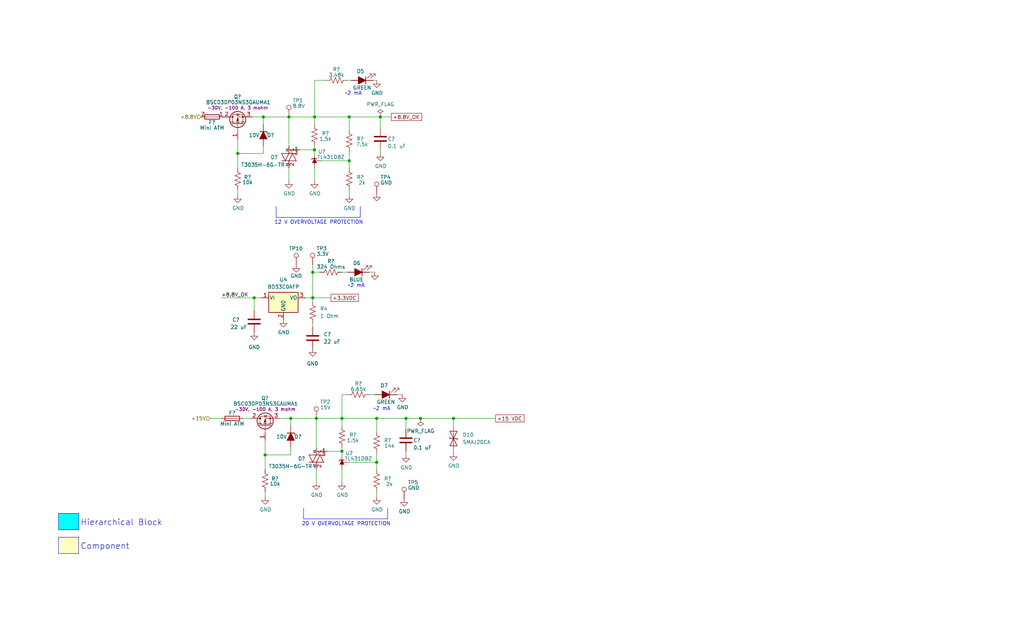
<source format=kicad_sch>
(kicad_sch (version 20231120) (generator "eeschema") (generator_version "8.0")
  (paper "USLegal")
  (title_block (title "LWA ARX  Rev I") (date "2024-11-15") (rev "2.0"))
  (lib_symbols
    (symbol "Connector:TestPoint" (pin_numbers hide) (pin_names (offset 0.762) hide)
      (property "Reference" "TP" (at 0 6.858 0))
      (property "Value" "TestPoint" (at 0 5.08 0))
      (symbol "TestPoint_0_1"
        (circle (center 0 3.302) (radius 0.762))
      )
      (symbol "TestPoint_1_1"
        (pin passive line (at 0 0 90) (length 2.54) (name "1") (number "1"))
      )
    )
    (symbol "Device:C" (pin_numbers hide) (pin_names (offset 0.254))
      (property "Reference" "C" (at 0.635 2.54 0))
      (property "Value" "C" (at 0.635 -2.54 0))
      (symbol "C_0_1"
        (polyline (pts (xy -2.032 -0.762) (xy 2.032 -0.762)) (stroke (width 0.508)))
        (polyline (pts (xy -2.032 0.762) (xy 2.032 0.762)) (stroke (width 0.508)))
      )
      (symbol "C_1_1"
        (pin passive line (at 0 3.81 270) (length 2.794) (name "~") (number "1"))
        (pin passive line (at 0 -3.81 90) (length 2.794) (name "~") (number "2"))
      )
    )
    (symbol "Device:Fuse" (pin_numbers hide) (pin_names (offset 0))
      (property "Reference" "F" (at 2.032 0 90))
      (property "Value" "Fuse" (at -1.905 0 90))
      (symbol "Fuse_0_1"
        (rectangle (start -0.762 -2.54) (end 0.762 2.54) (stroke (width 0.254)))
        (polyline (pts (xy 0 2.54) (xy 0 -2.54)))
      )
      (symbol "Fuse_1_1"
        (pin passive line (at 0 3.81 270) (length 1.27) (name "~") (number "1"))
        (pin passive line (at 0 -3.81 90) (length 1.27) (name "~") (number "2"))
      )
    )
    (symbol "Device:LED_Filled" (pin_numbers hide) (pin_names (offset 1.016) hide)
      (property "Reference" "D" (at 0 2.54 0))
      (property "Value" "LED_Filled" (at 0 -2.54 0))
      (symbol "LED_Filled_0_1"
        (polyline (pts (xy -1.27 -1.27) (xy -1.27 1.27)) (stroke (width 0.254)))
        (polyline (pts (xy -1.27 0) (xy 1.27 0)))
        (polyline (pts (xy 1.27 -1.27) (xy 1.27 1.27) (xy -1.27 0) (xy 1.27 -1.27)) (stroke (width 0.254)) (fill (type outline)))
        (polyline (pts (xy -3.048 -0.762) (xy -4.572 -2.286) (xy -3.81 -2.286) (xy -4.572 -2.286) (xy -4.572 -1.524)))
        (polyline (pts (xy -1.778 -0.762) (xy -3.302 -2.286) (xy -2.54 -2.286) (xy -3.302 -2.286) (xy -3.302 -1.524)))
      )
      (symbol "LED_Filled_1_1"
        (pin passive line (at -3.81 0 0) (length 2.54) (name "K") (number "1"))
        (pin passive line (at 3.81 0 180) (length 2.54) (name "A") (number "2"))
      )
    )
    (symbol "Device:Q_PMOS_GDS" (pin_names (offset 0) hide)
      (property "Reference" "Q" (at 5.08 1.27 0))
      (property "Value" "Q_PMOS_GDS" (at 5.08 -1.27 0))
      (symbol "Q_PMOS_GDS_0_1"
        (polyline (pts (xy 0.254 0) (xy -2.54 0)))
        (polyline (pts (xy 0.254 1.905) (xy 0.254 -1.905)) (stroke (width 0.254)))
        (polyline (pts (xy 0.762 -1.27) (xy 0.762 -2.286)) (stroke (width 0.254)))
        (polyline (pts (xy 0.762 0.508) (xy 0.762 -0.508)) (stroke (width 0.254)))
        (polyline (pts (xy 0.762 2.286) (xy 0.762 1.27)) (stroke (width 0.254)))
        (polyline (pts (xy 2.54 2.54) (xy 2.54 1.778)))
        (polyline (pts (xy 2.54 -2.54) (xy 2.54 0) (xy 0.762 0)))
        (polyline (pts (xy 0.762 1.778) (xy 3.302 1.778) (xy 3.302 -1.778) (xy 0.762 -1.778)))
        (polyline (pts (xy 2.286 0) (xy 1.27 0.381) (xy 1.27 -0.381) (xy 2.286 0)) (fill (type outline)))
        (polyline (pts (xy 2.794 -0.508) (xy 2.921 -0.381) (xy 3.683 -0.381) (xy 3.81 -0.254)))
        (polyline (pts (xy 3.302 -0.381) (xy 2.921 0.254) (xy 3.683 0.254) (xy 3.302 -0.381)))
        (circle (center 1.651 0) (radius 2.794) (stroke (width 0.254)))
        (circle (center 2.54 -1.778) (radius 0.254) (fill (type outline)))
        (circle (center 2.54 1.778) (radius 0.254) (fill (type outline)))
      )
      (symbol "Q_PMOS_GDS_1_1"
        (pin input line (at -5.08 0 0) (length 2.54) (name "G") (number "1"))
        (pin passive line (at 2.54 5.08 270) (length 2.54) (name "D") (number "2"))
        (pin passive line (at 2.54 -5.08 90) (length 2.54) (name "S") (number "3"))
      )
    )
    (symbol "Device:Q_TRIAC_A1A2G" (pin_names (offset 0))
      (property "Reference" "D" (at 3.175 0.635 0))
      (property "Value" "Q_TRIAC_A1A2G" (at 3.175 -1.27 0))
      (symbol "Q_TRIAC_A1A2G_0_1"
        (polyline (pts (xy -2.54 -1.27) (xy 2.54 -1.27)) (stroke (width 0.2032)))
        (polyline (pts (xy -2.54 1.27) (xy 2.54 1.27)) (stroke (width 0.2032)))
        (polyline (pts (xy -1.27 -2.54) (xy -0.635 -1.27)))
        (polyline (pts (xy -2.54 1.27) (xy -1.27 -1.27) (xy 0 1.27)) (stroke (width 0.2032)))
        (polyline (pts (xy 0 -1.27) (xy 1.27 1.27) (xy 2.54 -1.27)) (stroke (width 0.2032)))
      )
      (symbol "Q_TRIAC_A1A2G_1_1"
        (pin passive line (at 0 -3.81 90) (length 2.54) (name "A1") (number "1"))
        (pin passive line (at 0 3.81 270) (length 2.54) (name "A2") (number "2"))
        (pin input line (at -3.81 -2.54 0) (length 2.54) (name "G") (number "3"))
      )
    )
    (symbol "Device:R_US" (pin_numbers hide) (pin_names (offset 0))
      (property "Reference" "R" (at 2.54 0 90))
      (property "Value" "R_US" (at -2.54 0 90))
      (symbol "R_US_0_1"
        (polyline (pts (xy 0 -2.286) (xy 0 -2.54)))
        (polyline (pts (xy 0 2.286) (xy 0 2.54)))
        (polyline (pts (xy 0 -0.762) (xy 1.016 -1.143) (xy 0 -1.524) (xy -1.016 -1.905) (xy 0 -2.286)))
        (polyline (pts (xy 0 0.762) (xy 1.016 0.381) (xy 0 0) (xy -1.016 -0.381) (xy 0 -0.762)))
        (polyline (pts (xy 0 2.286) (xy 1.016 1.905) (xy 0 1.524) (xy -1.016 1.143) (xy 0 0.762)))
      )
      (symbol "R_US_1_1"
        (pin passive line (at 0 3.81 270) (length 1.27) (name "~") (number "1"))
        (pin passive line (at 0 -3.81 90) (length 1.27) (name "~") (number "2"))
      )
    )
    (symbol "Diode:SMAJ20CA" (pin_numbers hide) (pin_names (offset 1.016) hide)
      (property "Reference" "D" (at 0 2.54 0))
      (property "Value" "SMAJ20CA" (at 0 -2.54 0))
      (symbol "SMAJ20CA_0_1"
        (polyline (pts (xy 1.27 0) (xy -1.27 0)))
        (polyline (pts (xy -2.54 -1.27) (xy 0 0) (xy -2.54 1.27) (xy -2.54 -1.27)) (stroke (width 0.2032)))
        (polyline (pts (xy 0.508 1.27) (xy 0 1.27) (xy 0 -1.27) (xy -0.508 -1.27)) (stroke (width 0.2032)))
        (polyline (pts (xy 2.54 1.27) (xy 2.54 -1.27) (xy 0 0) (xy 2.54 1.27)) (stroke (width 0.2032)))
      )
      (symbol "SMAJ20CA_1_1"
        (pin passive line (at -3.81 0 0) (length 2.54) (name "A1") (number "1"))
        (pin passive line (at 3.81 0 180) (length 2.54) (name "A2") (number "2"))
      )
    )
    (symbol "Fuse_1" (pin_names (offset 0))
      (property "Reference" "F" (at 2.032 0 90))
      (property "Value" "Fuse" (at -1.905 0 90))
      (symbol "Fuse_1_0_1"
        (rectangle (start -0.762 -2.54) (end 0.762 2.54) (stroke (width 0.254)))
        (polyline (pts (xy 0 2.54) (xy 0 -2.54)))
      )
      (symbol "Fuse_1_1_1"
        (pin passive line (at 0 3.81 270) (length 1.27) (name "~") (number "1"))
        (pin passive line (at 0 -3.81 90) (length 1.27) (name "~") (number "2"))
      )
    )
    (symbol "LWA_RF:BD33C0AFP-CE2" (pin_names (offset 0.254))
      (property "Reference" "U" (at -3.81 3.175 0))
      (property "Value" "BD33C0AFP" (at 0 3.175 0))
      (symbol "BD33C0AFP-CE2_0_1"
        (rectangle (start -5.08 1.905) (end 5.08 -5.08) (stroke (width 0.254)) (fill (type background)))
      )
      (symbol "BD33C0AFP-CE2_1_1"
        (pin power_in line (at -7.62 0 0) (length 2.54) (name "VI") (number "1"))
        (pin power_in line (at 0 -7.62 90) (length 2.54) (name "GND") (number "2"))
        (pin power_out line (at 7.62 0 180) (length 2.54) (name "VO") (number "3"))
      )
    )
    (symbol "Reference_Voltage:TL431DBZ" (pin_numbers hide) (pin_names hide)
      (property "Reference" "U" (at -2.54 2.54 0))
      (property "Value" "TL431DBZ" (at 0 -2.54 0))
      (symbol "TL431DBZ_0_1"
        (polyline (pts (xy -1.27 0) (xy 0 0) (xy 1.27 0)))
        (polyline (pts (xy -0.762 0.762) (xy 0.762 0) (xy -0.762 -0.762)) (fill (type outline)))
        (polyline (pts (xy 0.508 -1.016) (xy 0.762 -0.762) (xy 0.762 0.762) (xy 0.762 0.762)) (stroke (width 0.254)))
      )
      (symbol "TL431DBZ_1_1"
        (pin passive line (at 2.54 0 180) (length 2.54) (name "K") (number "1"))
        (pin passive line (at 0 2.54 270) (length 2.54) (name "REF") (number "2"))
        (pin passive line (at -2.54 0 0) (length 2.54) (name "A") (number "3"))
      )
    )
    (symbol "Solenoid_Array_Mainboard-rescue:D_Zener_ALT-Device" (pin_numbers hide) (pin_names (offset 1.016) hide)
      (property "Reference" "D" (at 0 2.54 0))
      (property "Value" "Device_D_Zener_ALT" (at 0 -2.54 0))
      (symbol "D_Zener_ALT-Device_0_1"
        (polyline (pts (xy 1.27 0) (xy -1.27 0)))
        (polyline (pts (xy -1.27 -1.27) (xy -1.27 1.27) (xy -0.762 1.27)) (stroke (width 0.254)))
        (polyline (pts (xy 1.27 -1.27) (xy 1.27 1.27) (xy -1.27 0) (xy 1.27 -1.27)) (stroke (width 0.254)) (fill (type outline)))
      )
      (symbol "D_Zener_ALT-Device_1_1"
        (pin passive line (at -3.81 0 0) (length 2.54) (name "K") (number "1"))
        (pin passive line (at 3.81 0 180) (length 2.54) (name "A") (number "2"))
      )
    )
    (symbol "power:GND" (power) (pin_names (offset 0))
      (property "Value" "GND" (at 0 -3.81 0))
      (symbol "GND_0_1"
        (polyline (pts (xy 0 0) (xy 0 -1.27) (xy 1.27 -1.27) (xy 0 -2.54) (xy -1.27 -1.27) (xy 0 -1.27)))
      )
      (symbol "GND_1_1"
        (pin power_in line (at 0 0 270) (length 0) hide (name "GND") (number "1"))
      )
    )
    (symbol "power:PWR_FLAG" (power) (pin_numbers hide) (pin_names (offset 0) hide)
      (property "Value" "PWR_FLAG" (at 0 3.81 0))
      (symbol "PWR_FLAG_0_0"
        (pin power_out line (at 0 0 90) (length 0) (name "pwr") (number "1"))
      )
      (symbol "PWR_FLAG_0_1"
        (polyline (pts (xy 0 0) (xy 0 1.27) (xy -1.016 1.905) (xy 0 2.54) (xy 1.016 1.905) (xy 0 1.27)))
      )
    )
  )
  (junction (at 82.55 53.34))
  (junction (at 118.745 145.415))
  (junction (at 146.05 145.415))
  (junction (at 121.285 40.64))
  (junction (at 140.97 145.415))
  (junction (at 121.285 55.88))
  (junction (at 130.81 160.655))
  (junction (at 132.08 40.64))
  (junction (at 100.965 145.415))
  (junction (at 157.48 145.415))
  (junction (at 109.22 52.07))
  (junction (at 109.22 40.64))
  (junction (at 130.81 145.415))
  (junction (at 100.33 40.64))
  (junction (at 109.855 145.415))
  (junction (at 108.585 94.615))
  (junction (at 91.44 40.64))
  (junction (at 108.585 103.505))
  (junction (at 88.265 103.505))
  (junction (at 118.745 156.845))
  (junction (at 92.075 158.115))
  (wire (pts (xy 87.63 40.64) (xy 91.44 40.64)))
  (wire (pts (xy 109.855 145.415) (xy 118.745 145.415)))
  (wire (pts (xy 128.27 137.16) (xy 130.175 137.16)))
  (wire (pts (xy 118.745 137.16) (xy 120.65 137.16)))
  (wire (pts (xy 82.55 53.34) (xy 82.55 48.26)))
  (wire (pts (xy 88.265 103.505) (xy 88.265 107.95)))
  (wire (pts (xy 118.745 94.615) (xy 120.65 94.615)))
  (wire (pts (xy 109.22 40.64) (xy 121.285 40.64)))
  (wire (pts (xy 137.795 137.16) (xy 139.7 137.16)))
  (wire (pts (xy 88.265 103.505) (xy 90.805 103.505)))
  (wire (pts (xy 118.745 163.195) (xy 118.745 167.64)))
  (wire (pts (xy 92.075 172.72) (xy 92.075 170.815)))
  (wire (pts (xy 91.44 43.18) (xy 91.44 40.64)))
  (wire (pts (xy 109.855 155.575) (xy 109.855 145.415)))
  (wire (pts (xy 82.55 58.42) (xy 82.55 53.34)))
  (wire (pts (xy 157.48 145.415) (xy 172.085 145.415)))
  (wire (pts (xy 109.22 27.94) (xy 109.22 40.64)))
  (wire (pts (xy 111.125 94.615) (xy 108.585 94.615)))
  (wire (pts (xy 100.33 50.8) (xy 100.33 40.64)))
  (wire (pts (xy 108.585 92.075) (xy 108.585 94.615)))
  (polyline (pts (xy 134.62 180.34) (xy 134.62 176.53)) (stroke (width 0) (type solid)))
  (wire (pts (xy 121.285 40.64) (xy 121.285 45.085)))
  (wire (pts (xy 91.44 40.64) (xy 100.33 40.64)))
  (wire (pts (xy 121.285 40.64) (xy 132.08 40.64)))
  (wire (pts (xy 109.22 43.18) (xy 109.22 40.64)))
  (wire (pts (xy 146.05 145.415) (xy 157.48 145.415)))
  (wire (pts (xy 100.965 145.415) (xy 109.855 145.415)))
  (wire (pts (xy 132.08 52.07) (xy 132.08 53.34)))
  (wire (pts (xy 132.08 44.45) (xy 132.08 40.64)))
  (wire (pts (xy 76.835 103.505) (xy 88.265 103.505)))
  (polyline (pts (xy 105.41 176.53) (xy 105.41 180.34)) (stroke (width 0) (type solid)))
  (polyline (pts (xy 95.885 71.755) (xy 95.885 75.565)) (stroke (width 0) (type solid)))
  (wire (pts (xy 130.81 145.415) (xy 130.81 149.86)))
  (wire (pts (xy 97.155 145.415) (xy 100.965 145.415)))
  (wire (pts (xy 128.27 94.615) (xy 130.175 94.615)))
  (wire (pts (xy 73.025 145.415) (xy 76.835 145.415)))
  (wire (pts (xy 130.81 163.195) (xy 130.81 160.655)))
  (wire (pts (xy 140.97 145.415) (xy 146.05 145.415)))
  (wire (pts (xy 129.54 27.94) (xy 130.81 27.94)))
  (wire (pts (xy 84.455 145.415) (xy 86.995 145.415)))
  (wire (pts (xy 100.965 155.575) (xy 100.965 158.115)))
  (wire (pts (xy 108.585 112.395) (xy 108.585 113.665)))
  (wire (pts (xy 92.075 163.195) (xy 92.075 158.115)))
  (wire (pts (xy 82.55 67.945) (xy 82.55 66.04)))
  (wire (pts (xy 140.97 149.225) (xy 140.97 145.415)))
  (wire (pts (xy 157.48 145.415) (xy 157.48 148.59)))
  (wire (pts (xy 108.585 103.505) (xy 106.045 103.505)))
  (polyline (pts (xy 95.885 75.565) (xy 125.095 75.565)) (stroke (width 0) (type solid)))
  (wire (pts (xy 118.745 145.415) (xy 130.81 145.415)))
  (wire (pts (xy 113.665 156.845) (xy 118.745 156.845)))
  (wire (pts (xy 121.285 160.655) (xy 130.81 160.655)))
  (wire (pts (xy 130.81 145.415) (xy 140.97 145.415)))
  (wire (pts (xy 109.22 58.42) (xy 109.22 62.865)))
  (wire (pts (xy 130.81 172.72) (xy 130.81 170.815)))
  (wire (pts (xy 118.745 155.575) (xy 118.745 156.845)))
  (wire (pts (xy 121.285 55.88) (xy 121.285 52.705)))
  (wire (pts (xy 120.65 27.94) (xy 121.92 27.94)))
  (wire (pts (xy 108.585 103.505) (xy 108.585 104.775)))
  (wire (pts (xy 111.76 55.88) (xy 121.285 55.88)))
  (wire (pts (xy 92.075 158.115) (xy 92.075 153.035)))
  (wire (pts (xy 113.03 27.94) (xy 109.22 27.94)))
  (wire (pts (xy 118.745 147.955) (xy 118.745 145.415)))
  (wire (pts (xy 140.97 156.845) (xy 140.97 158.115)))
  (wire (pts (xy 108.585 103.505) (xy 114.935 103.505)))
  (wire (pts (xy 121.285 67.945) (xy 121.285 66.04)))
  (wire (pts (xy 132.08 40.64) (xy 135.89 40.64)))
  (wire (pts (xy 100.965 158.115) (xy 92.075 158.115)))
  (wire (pts (xy 109.855 163.195) (xy 109.855 167.64)))
  (wire (pts (xy 104.14 52.07) (xy 109.22 52.07)))
  (wire (pts (xy 157.48 156.21) (xy 157.48 157.48)))
  (polyline (pts (xy 125.095 75.565) (xy 125.095 71.755)) (stroke (width 0) (type solid)))
  (wire (pts (xy 91.44 53.34) (xy 82.55 53.34)))
  (wire (pts (xy 121.285 58.42) (xy 121.285 55.88)))
  (wire (pts (xy 130.81 160.655) (xy 130.81 157.48)))
  (wire (pts (xy 118.745 156.845) (xy 118.745 158.115)))
  (wire (pts (xy 109.22 52.07) (xy 109.22 53.34)))
  (wire (pts (xy 100.965 147.955) (xy 100.965 145.415)))
  (wire (pts (xy 100.33 40.64) (xy 109.22 40.64)))
  (wire (pts (xy 109.22 50.8) (xy 109.22 52.07)))
  (wire (pts (xy 91.44 50.8) (xy 91.44 53.34)))
  (polyline (pts (xy 105.41 180.34) (xy 134.62 180.34)) (stroke (width 0) (type solid)))
  (wire (pts (xy 118.745 145.415) (xy 118.745 137.16)))
  (wire (pts (xy 100.33 58.42) (xy 100.33 62.865)))
  (wire (pts (xy 108.585 94.615) (xy 108.585 103.505)))
  (rectangle (start 20.32 186.69) (end 27.305 192.405) (fill (type color) (color 255 255 194 1)))
  (rectangle (start 20.32 178.435) (end 27.305 184.15) (fill (type color) (color 0 255 255 1)))
  (text "~2 mA" (at 119.634 33.274 0) (effects (font (size 1.27 1.27)) (justify left bottom)))
  (text "12 V OVERVOLTAGE PROTECTION" (at 95.25 78.105 0) (effects (font (size 1.27 1.27)) (justify left bottom)))
  (text "~2 mA" (at 129.54 142.875 0) (effects (font (size 1.27 1.27)) (justify left bottom)))
  (text "20 V OVERVOLTAGE PROTECTION" (at 104.775 182.88 0) (effects (font (size 1.27 1.27)) (justify left bottom)))
  (text "~2 mA" (at 120.65 100.076 0) (effects (font (size 1.27 1.27)) (justify left bottom)))
  (text "Component" (at 27.94 191.135 0) (effects (font (size 2.032 2.032)) (justify left bottom)))
  (text "Hierarchical Block" (at 27.94 182.88 0) (effects (font (size 2.032 2.032)) (justify left bottom)))
  (label "+8.8V_OK" (at 76.835 103.505 0))
  (global_label "+15 VDC" (shape passive) (at 172.085 145.415 0) (property "Intersheetrefs" "${INTERSHEET_REFS}" (effects (hide yes))))
  (global_label "+3.3VDC" (shape passive) (at 114.935 103.505 0) (property "Intersheetrefs" "${INTERSHEET_REFS}" (effects (hide yes))))
  (global_label "+8.8V_OK" (shape passive) (at 135.89 40.64 0) (property "Intersheetrefs" "${INTERSHEET_REFS}" (effects (hide yes))))
  (hierarchical_label "+15V" (shape input) (at 73.025 145.415 180))
  (hierarchical_label "+8.8V" (shape input) (at 69.85 40.64 180))
  (symbol (lib_id "Device:C") (at 132.08 48.26 0) (unit 1)
    (property "Reference" "C?" (at 134.62 48.26 0) (effects (justify left)))
    (property "Value" "0.1 uF" (at 134.62 50.8 0) (effects (justify left)))
    (property "Footprint" "Capacitor_SMD:C_0805_2012Metric_Pad1.18x1.45mm_HandSolder" (effects (hide yes)))
    (property "Datasheet" "https://www.yageo.com/upload/media/product/productsearch/datasheet/mlcc/UPY-GPHC_X7R_6.3V-to-50V_18.pdf" (effects (hide yes)))
    (property "MFGR" "Yageo" (effects (hide yes)))
    (property "MPN" "CC0805KRX7R8BB104" (effects (hide yes)))
    (property "Tolerance" "10%" (effects (hide yes)))
    (property "Voltage Rating" "25 V" (effects (hide yes)))
    (property "Temp Coeff" "X7R" (effects (hide yes)))
    (property "Power" "NA" (effects (hide yes)))
    (property "Unit Cost" "0.14" (effects (hide yes)))
    (property "Stock" "297406" (effects (hide yes)))
    (property "Stock Date" "11/23/2023" (effects (hide yes)))
    (property "Desc" "CAP CER 0.1UF 25V X7R 0805" (effects (hide yes)))
  )
  (symbol (lib_id "power:GND") (at 132.08 53.34 0) (unit 1)
    (property "Reference" "#PWR?" (effects (hide yes)))
    (property "Value" "GND" (at 132.207 57.7342 0))
  )
  (symbol (lib_id "power:PWR_FLAG") (at 132.08 40.64 0) (unit 1)
    (property "Reference" "#FLG?" (effects (hide yes)))
    (property "Value" "PWR_FLAG" (at 132.08 36.2458 0))
  )
  (symbol (lib_name "Fuse_1") (lib_id "Device:Fuse") (at 73.66 40.64 270) (unit 1)
    (property "Reference" "F?" (at 73.66 42.545 90))
    (property "Value" "Mini ATM" (at 73.66 44.45 90))
    (property "Footprint" "LWA RF:Fuseholder_Blade_Mini_Keystone_3568_3D_Fuse" (effects (hide yes)))
    (property "Datasheet" "https://www.keyelco.com/userAssets/file/M65p42.pdf" (effects (hide yes)))
    (property "MFGR" "Keystone Electronics" (effects (hide yes)))
    (property "MPN" "3568" (effects (hide yes)))
    (property "Power" "30 A / 500 V" (effects (hide yes)))
    (property "Tolerance" "NA" (effects (hide yes)))
    (property "Voltage Rating" "500 V" (effects (hide yes)))
    (property "Unit Cost" "1.03" (effects (hide yes)))
    (property "Stock" "56086" (effects (hide yes)))
    (property "Stock Date" "03/08/2020" (effects (hide yes)))
    (property "Desc" "FUSE HOLDER BLADE 500V 30A PCB" (effects (hide yes)))
    (property "Temp Coeff" "NA" (effects (hide yes)))
  )
  (symbol (lib_id "Reference_Voltage:TL431DBZ") (at 109.22 55.88 270) (mirror x) (unit 1)
    (property "Reference" "U?" (at 111.76 52.705 90))
    (property "Value" "TL431DBZ" (at 114.935 54.61 90))
    (property "Footprint" "Package_TO_SOT_SMD:SOT-23" (effects (hide yes)))
    (property "Datasheet" "http://www.ti.com/lit/ds/symlink/tl431.pdf" (effects (hide yes)))
    (property "Description" "IC VREF SHUNT 36V 2.2% SOT23-3" (effects (hide yes)))
    (property "MPN" "TL431CDBZR" (effects (hide yes)))
    (property "MFGR" "Texas Instruments" (effects (hide yes)))
    (property "Power" "NA" (effects (hide yes)))
    (property "Tolerance" "NA" (effects (hide yes)))
    (property "Voltage Rating" "NA" (effects (hide yes)))
    (property "Unit Cost" "0.43" (effects (hide yes)))
    (property "Stock" "63199" (effects (hide yes)))
    (property "Stock Date" "4/8/2020" (effects (hide yes)))
    (property "Desc" "IC VREF SHUNT 36V 2.2% SOT23-3" (effects (hide yes)))
    (property "Temp Coeff" "NA" (effects (hide yes)))
  )
  (symbol (lib_id "Device:Q_TRIAC_A1A2G") (at 100.33 54.61 180) (unit 1)
    (property "Reference" "D?" (at 96.52 54.61 0) (effects (justify left)))
    (property "Value" "T3035H-6G-TR" (at 98.933 57.277 0) (effects (justify left)))
    (property "Footprint" "LWA RF:TO-263-2" (effects (hide yes)))
    (property "Datasheet" "https://www.mouser.com/datasheet/2/389/cd00263568-1797218.pdf" (effects (hide yes)))
    (property "Description" "TRIAC ALTERNISTOR 600V 30A D2PAK" (effects (hide yes)))
    (property "MFGR" "STMicroelectronics" (effects (hide yes)))
    (property "MPN" "T3035H-6G-TR" (effects (hide yes)))
    (property "Power" "NA" (effects (hide yes)))
    (property "Tolerance" "NA" (effects (hide yes)))
    (property "Voltage Rating" "600 V" (effects (hide yes)))
    (property "Unit Cost" "1.83" (effects (hide yes)))
    (property "Stock" "1960" (effects (hide yes)))
    (property "Stock Date" "4/8/2020" (effects (hide yes)))
    (property "Desc" "TRIAC ALTERNISTOR 600V 30A D2PAK" (effects (hide yes)))
    (property "Temp Coeff" "NA" (effects (hide yes)))
  )
  (symbol (lib_id "Device:R_US") (at 121.285 48.895 180) (unit 1)
    (property "Reference" "R?" (at 125.095 48.26 0))
    (property "Value" "7.5k" (at 125.73 50.165 0))
    (property "Footprint" "Resistor_SMD:R_0805_2012Metric_Pad1.20x1.40mm_HandSolder" (effects (hide yes)))
    (property "Datasheet" "https://www.yageo.com/upload/media/product/productsearch/datasheet/rchip/PYu-RC_Group_51_RoHS_L_12.pdf" (effects (hide yes)))
    (property "Description" "RES 7.5K OHM 1% 1/8W 0805" (effects (hide yes)))
    (property "MFGR" "Yageo" (effects (hide yes)))
    (property "MPN" "RC0805FR-077K5L" (effects (hide yes)))
    (property "Tolerance" "1%" (effects (hide yes)))
    (property "Power" "0.125 W" (effects (hide yes)))
    (property "Temp Coeff" "NA" (effects (hide yes)))
    (property "Voltage Rating" "150 V" (effects (hide yes)))
    (property "Unit Cost" "0.1" (effects (hide yes)))
    (property "Stock" "349822" (effects (hide yes)))
    (property "Stock Date" "06/20/2024" (effects (hide yes)))
    (property "Desc" "RES 7.5K OHM 1% 1/8W 0805" (effects (hide yes)))
  )
  (symbol (lib_id "power:GND") (at 121.285 67.945 0) (unit 1)
    (property "Reference" "#PWR?" (effects (hide yes)))
    (property "Value" "GND" (at 121.412 72.3392 0))
  )
  (symbol (lib_id "power:GND") (at 109.22 62.865 0) (unit 1)
    (property "Reference" "#PWR?" (effects (hide yes)))
    (property "Value" "GND" (at 109.347 67.2592 0))
  )
  (symbol (lib_id "power:GND") (at 100.33 62.865 0) (unit 1)
    (property "Reference" "#PWR?" (effects (hide yes)))
    (property "Value" "GND" (at 100.457 67.2592 0))
  )
  (symbol (lib_id "Device:Q_PMOS_GDS") (at 82.55 43.18 90) (unit 1)
    (property "Reference" "Q?" (at 83.82 33.655 90) (effects (justify left)))
    (property "Value" "BSC030P03NS3GAUMA1" (at 93.98 35.56 90) (effects (justify left)))
    (property "Footprint" "LWA RF:TDSON-8-1_3_PIN" (effects (hide yes)))
    (property "Datasheet" "https://www.infineon.com/dgdl/BSC030P03NS3+G_2.0.pdf?folderId=db3a304314dca38901154a72e3951a65&fileId=db3a30431d8a6b3c011d90d084910435" (effects (hide yes)))
    (property "Description" "MOSFET P-CH 20V POWERDI5060-8" (effects (hide yes)))
    (property "MFGR" "Infineon Technologies" (effects (hide yes)))
    (property "MPN" "DMP2002UPS-13" (effects (hide yes)))
    (property "Power" "NA" (effects (hide yes)))
    (property "Tolerance" "NA" (effects (hide yes)))
    (property "Voltage Rating" "20 v" (effects (hide yes)))
    (property "Unit Cost" "2.20" (effects (hide yes)))
    (property "Stock" "89888" (effects (hide yes)))
    (property "Stock Date" "4/10/2020" (effects (hide yes)))
    (property "Desc" "MOSFET P-CH 30V 100A TDSON-8" (effects (hide yes)))
    (property "Temp Coeff" "NA" (effects (hide yes)))
    (property "Note" "-30V, -100 A, 3 mohm" (at 82.55 37.465 90) (effects (font (size 1.143 1.143))))
  )
  (symbol (lib_id "power:GND") (at 82.55 67.945 0) (unit 1)
    (property "Reference" "#PWR?" (effects (hide yes)))
    (property "Value" "GND" (at 82.677 72.3392 0))
  )
  (symbol (lib_id "Device:R_US") (at 82.55 62.23 180) (unit 1)
    (property "Reference" "R?" (at 85.979 61.595 0))
    (property "Value" "10k" (at 85.979 63.373 0))
    (property "Footprint" "Resistor_SMD:R_0805_2012Metric_Pad1.20x1.40mm_HandSolder" (effects (hide yes)))
    (property "Datasheet" "http://www.yageo.com/documents/recent/PYu-RC_Group_51_RoHS_L_10.pdf" (effects (hide yes)))
    (property "MFGR" "Yageo" (effects (hide yes)))
    (property "MPN" "RC0805FR-0710KL" (effects (hide yes)))
    (property "Tolerance" "1%" (effects (hide yes)))
    (property "Power" "1/8 W" (effects (hide yes)))
    (property "Temp Coeff" "NA" (effects (hide yes)))
    (property "Voltage Rating" "150 V" (effects (hide yes)))
    (property "Unit Cost" "0.10" (effects (hide yes)))
    (property "Stock" "30814943" (effects (hide yes)))
    (property "Stock Date" "03/04/2020" (effects (hide yes)))
    (property "Desc" "RES SMD 10K OHM 1% 1/8W 0805" (effects (hide yes)))
  )
  (symbol (lib_id "Solenoid_Array_Mainboard-rescue:D_Zener_ALT-Device") (at 91.44 46.99 270) (unit 1)
    (property "Reference" "D?" (at 93.98 46.99 90))
    (property "Value" "10V" (at 88.265 46.99 90))
    (property "Footprint" "Diode_SMD:D_SMB" (effects (hide yes)))
    (property "Datasheet" "https://www.mccsemi.com/pdf/Products/3SMBJ5913B~3SMBJ5956B(DO-214AA).pdf" (effects (hide yes)))
    (property "Description" "DIODE ZENER 10V 3W DO214AA" (effects (hide yes)))
    (property "MFGR" "Micro Commercial Co" (effects (hide yes)))
    (property "MPN" "3SMBJ5925B-TP" (effects (hide yes)))
    (property "Power" "NA" (effects (hide yes)))
    (property "Tolerance" "NA" (effects (hide yes)))
    (property "Voltage Rating" "10 V" (effects (hide yes)))
    (property "Unit Cost" "0.39" (effects (hide yes)))
    (property "Stock" "205135" (effects (hide yes)))
    (property "Stock Date" "4/8/2020" (effects (hide yes)))
    (property "Desc" "DIODE ZENER 10V 3W DO214AA" (effects (hide yes)))
    (property "Temp Coeff" "NA" (effects (hide yes)))
  )
  (symbol (lib_id "Device:R_US") (at 109.22 46.99 180) (unit 1)
    (property "Reference" "R?" (at 113.03 46.355 0))
    (property "Value" "1.5k" (at 113.03 48.26 0))
    (property "Footprint" "Resistor_SMD:R_0805_2012Metric_Pad1.20x1.40mm_HandSolder" (effects (hide yes)))
    (property "Datasheet" "https://www.seielect.com/catalog/sei-rncp.pdf" (effects (hide yes)))
    (property "Description" "RES SMD 1.5K OHM 0.5% 1/4W 0805" (effects (hide yes)))
    (property "MFGR" "Stackpole Electronics Inc" (effects (hide yes)))
    (property "MPN" "RNCP0805FTD1K50" (effects (hide yes)))
    (property "Tolerance" "1%" (effects (hide yes)))
    (property "Power" "0.250 W" (effects (hide yes)))
    (property "Temp Coeff" "NA" (effects (hide yes)))
    (property "Voltage Rating" "150 V" (effects (hide yes)))
    (property "Unit Cost" "0.25" (effects (hide yes)))
    (property "Stock" "81929" (effects (hide yes)))
    (property "Stock Date" "04/12/2020" (effects (hide yes)))
    (property "Desc" "RES SMD 1.5K OHM 0.5% 1/4W 0805" (effects (hide yes)))
  )
  (symbol (lib_id "Device:R_US") (at 108.585 108.585 0) (unit 1)
    (property "Reference" "R4" (at 111.125 107.315 0) (effects (justify left)))
    (property "Value" "1 Ohm" (at 111.125 109.855 0) (effects (justify left)))
    (property "Footprint" "Resistor_SMD:R_0805_2012Metric_Pad1.20x1.40mm_HandSolder" (effects (hide yes)))
    (property "Datasheet" "https://www.yageo.com/upload/media/product/productsearch/datasheet/rchip/PYu-RC_Group_51_RoHS_L_12.pdf" (effects (hide yes)))
    (property "MFGR" "YAGEO" (effects (hide yes)))
    (property "MPN" "RC0805FR-071RL" (effects (hide yes)))
    (property "Unit Cost" "0.10" (effects (hide yes)))
    (property "Stock" "937292" (effects (hide yes)))
    (property "Stock Date" "09/15/2023" (effects (hide yes)))
    (property "Desc" "RES 1 OHM 1% 1/8W 0805" (effects (hide yes)))
    (property "Power" "1/8 W" (effects (hide yes)))
    (property "Tolerance" "1%" (effects (hide yes)))
  )
  (symbol (lib_id "Device:R_US") (at 130.81 167.005 180) (unit 1)
    (property "Reference" "R?" (at 134.62 166.37 0))
    (property "Value" "2k" (at 135.255 168.275 0))
    (property "Footprint" "Resistor_SMD:R_0805_2012Metric_Pad1.20x1.40mm_HandSolder" (effects (hide yes)))
    (property "Datasheet" "https://www.yageo.com/upload/media/product/productsearch/datasheet/rchip/PYu-RC_Group_51_RoHS_L_12.pdf" (effects (hide yes)))
    (property "Description" "RES 2K OHM 1% 1/8W 0805" (effects (hide yes)))
    (property "MFGR" "Yageo" (effects (hide yes)))
    (property "MPN" "RC0805FR-072KL" (effects (hide yes)))
    (property "Tolerance" "1%" (effects (hide yes)))
    (property "Power" "0.125 W" (effects (hide yes)))
    (property "Temp Coeff" "NA" (effects (hide yes)))
    (property "Voltage Rating" "150 V" (effects (hide yes)))
    (property "Unit Cost" "0.1" (effects (hide yes)))
    (property "Stock" "449183" (effects (hide yes)))
    (property "Stock Date" "08/31/2023" (effects (hide yes)))
    (property "Desc" "RES 2K OHM 1% 1/8W 0805" (effects (hide yes)))
  )
  (symbol (lib_id "power:PWR_FLAG") (at 146.05 145.415 180) (unit 1)
    (property "Reference" "#FLG?" (effects (hide yes)))
    (property "Value" "PWR_FLAG" (at 146.05 149.8092 0))
  )
  (symbol (lib_id "power:GND") (at 130.175 94.615 0) (unit 1)
    (property "Reference" "#PWR?" (effects (hide yes)))
    (property "Value" "GND" (effects (hide yes)))
  )
  (symbol (lib_id "Device:R_US") (at 114.935 94.615 270) (unit 1)
    (property "Reference" "R?" (at 114.935 90.805 90))
    (property "Value" "324 Ohms" (at 114.935 92.71 90))
    (property "Footprint" "Resistor_SMD:R_0805_2012Metric_Pad1.20x1.40mm_HandSolder" (effects (hide yes)))
    (property "Datasheet" "https://www.yageo.com/upload/media/product/products/datasheet/rchip/PYu-RC_Group_51_RoHS_L_12.pdf" (effects (hide yes)))
    (property "Description" "RES 324 OHM 1% 1/8W 0805" (effects (hide yes)))
    (property "MFGR" "YAGEO" (effects (hide yes)))
    (property "MPN" "RC0805FR-07324RL" (effects (hide yes)))
    (property "Tolerance" "1%" (effects (hide yes)))
    (property "Power" "0.125 W" (effects (hide yes)))
    (property "Temp Coeff" "NA" (effects (hide yes)))
    (property "Voltage Rating" "150 V" (effects (hide yes)))
    (property "Unit Cost" "0.1" (effects (hide yes)))
    (property "Stock" "168723" (effects (hide yes)))
    (property "Stock Date" "08/29/2024" (effects (hide yes)))
    (property "Desc" "RES 324 OHM 1% 1/8W 0805" (effects (hide yes)))
  )
  (symbol (lib_id "Device:R_US") (at 118.745 151.765 180) (unit 1)
    (property "Reference" "R?" (at 122.555 151.13 0))
    (property "Value" "1.5k" (at 122.555 153.035 0))
    (property "Footprint" "Resistor_SMD:R_0805_2012Metric_Pad1.20x1.40mm_HandSolder" (effects (hide yes)))
    (property "Datasheet" "https://www.seielect.com/catalog/sei-rncp.pdf" (effects (hide yes)))
    (property "Description" "RES SMD 1.5K OHM 0.5% 1/4W 0805" (effects (hide yes)))
    (property "MFGR" "Stackpole Electronics Inc" (effects (hide yes)))
    (property "MPN" "RNCP0805FTD1K50" (effects (hide yes)))
    (property "Tolerance" "1%" (effects (hide yes)))
    (property "Power" "0.250 W" (effects (hide yes)))
    (property "Temp Coeff" "NA" (effects (hide yes)))
    (property "Voltage Rating" "150 V" (effects (hide yes)))
    (property "Unit Cost" "0.25" (effects (hide yes)))
    (property "Stock" "81929" (effects (hide yes)))
    (property "Stock Date" "04/12/2020" (effects (hide yes)))
    (property "Desc" "RES SMD 1.5K OHM 0.5% 1/4W 0805" (effects (hide yes)))
  )
  (symbol (lib_id "Solenoid_Array_Mainboard-rescue:D_Zener_ALT-Device") (at 100.965 151.765 270) (unit 1)
    (property "Reference" "D?" (at 103.505 151.765 90))
    (property "Value" "10V" (at 97.79 151.765 90))
    (property "Footprint" "Diode_SMD:D_SMB" (effects (hide yes)))
    (property "Datasheet" "https://www.mccsemi.com/pdf/Products/3SMBJ5913B~3SMBJ5956B(DO-214AA).pdf" (effects (hide yes)))
    (property "Description" "DIODE ZENER 10V 3W DO214AA" (effects (hide yes)))
    (property "MFGR" "Micro Commercial Co" (effects (hide yes)))
    (property "MPN" "3SMBJ5925B-TP" (effects (hide yes)))
    (property "Power" "NA" (effects (hide yes)))
    (property "Tolerance" "NA" (effects (hide yes)))
    (property "Voltage Rating" "10 V" (effects (hide yes)))
    (property "Unit Cost" "0.39" (effects (hide yes)))
    (property "Stock" "205135" (effects (hide yes)))
    (property "Stock Date" "4/8/2020" (effects (hide yes)))
    (property "Desc" "DIODE ZENER 10V 3W DO214AA" (effects (hide yes)))
    (property "Temp Coeff" "NA" (effects (hide yes)))
  )
  (symbol (lib_id "Device:LED_Filled") (at 124.46 94.615 180) (unit 1)
    (property "Reference" "D6" (at 122.555 91.44 0) (effects (justify right)))
    (property "Value" "BLUE" (at 121.285 97.155 0) (effects (justify right)))
    (property "Footprint" "LED_SMD:LED_1206_3216Metric_Pad1.42x1.75mm_HandSolder" (effects (hide yes)))
    (property "Datasheet" "https://www.kingbrightusa.com/images/catalog/SPEC/APT3216LVBC-D.pdf" (effects (hide yes)))
    (property "Description" "LED BLUE CLEAR 2SMD" (effects (hide yes)))
    (property "MFGR" "Kingbright" (effects (hide yes)))
    (property "MPN" "APT3216LVBC/D" (effects (hide yes)))
    (property "Unit Cost" "0.39" (effects (hide yes)))
    (property "Stock" "40919" (effects (hide yes)))
    (property "Stock Date" "08/29/2024" (effects (hide yes)))
    (property "Desc" "LED BLUE CLEAR 2SMD 2 mA test 1206 (3216)" (effects (hide yes)))
    (property "Voltage Rating" "2.65 V Forward" (effects (hide yes)))
  )
  (symbol (lib_id "Connector:TestPoint") (at 108.585 92.075 0) (unit 1)
    (property "Reference" "TP3" (at 109.855 86.36 0) (effects (justify left)))
    (property "Value" "3.3V" (at 109.855 88.265 0) (effects (justify left)))
    (property "Footprint" "LWA RF:Harwin_TP_S1751-46R" (effects (hide yes)))
    (property "Datasheet" "https://cdn.harwin.com/pdfs/S1751R.pdf" (effects (hide yes)))
    (property "MFGR" "Harwin Inc." (effects (hide yes)))
    (property "MPN" "S1751-46R" (effects (hide yes)))
    (property "Unit Cost" "0.26" (effects (hide yes)))
    (property "Stock" "137718" (effects (hide yes)))
    (property "Stock Date" "11/23/2023" (effects (hide yes)))
    (property "Desc" "PC TEST POINT NATURAL" (effects (hide yes)))
  )
  (symbol (lib_id "Connector:TestPoint") (at 109.855 145.415 0) (unit 1)
    (property "Reference" "TP2" (at 111.125 139.7 0) (effects (justify left)))
    (property "Value" "15V" (at 111.125 141.605 0) (effects (justify left)))
    (property "Footprint" "LWA RF:Harwin_TP_S1751-46R" (effects (hide yes)))
    (property "Datasheet" "https://cdn.harwin.com/pdfs/S1751R.pdf" (effects (hide yes)))
    (property "MFGR" "Harwin Inc." (effects (hide yes)))
    (property "MPN" "S1751-46R" (effects (hide yes)))
    (property "Unit Cost" "0.26" (effects (hide yes)))
    (property "Stock" "137718" (effects (hide yes)))
    (property "Stock Date" "11/23/2023" (effects (hide yes)))
    (property "Desc" "PC TEST POINT NATURAL" (effects (hide yes)))
  )
  (symbol (lib_id "Device:R_US") (at 116.84 27.94 270) (unit 1)
    (property "Reference" "R?" (at 116.84 24.13 90))
    (property "Value" "3.48k" (at 116.84 26.035 90))
    (property "Footprint" "Resistor_SMD:R_0805_2012Metric_Pad1.20x1.40mm_HandSolder" (effects (hide yes)))
    (property "Datasheet" "https://www.yageo.com/upload/media/product/productsearch/datasheet/rchip/PYu-RC_Group_51_RoHS_L_12.pdf" (effects (hide yes)))
    (property "Description" "RES 3.48K OHM 1% 1/8W 0805" (effects (hide yes)))
    (property "MFGR" "YAGEO" (effects (hide yes)))
    (property "MPN" "RC0805FR-073K48L" (effects (hide yes)))
    (property "Tolerance" "1%" (effects (hide yes)))
    (property "Power" "0.125 W" (effects (hide yes)))
    (property "Temp Coeff" "NA" (effects (hide yes)))
    (property "Voltage Rating" "150 V" (effects (hide yes)))
    (property "Unit Cost" "0.1" (effects (hide yes)))
    (property "Stock" "151006" (effects (hide yes)))
    (property "Stock Date" "08/29/2024" (effects (hide yes)))
    (property "Desc" "RES 3.48K OHM 1% 1/8W 0805" (effects (hide yes)))
  )
  (symbol (lib_id "power:GND") (at 98.425 111.125 0) (unit 1)
    (property "Reference" "#PWR?" (effects (hide yes)))
    (property "Value" "GND" (at 98.552 115.5192 0))
  )
  (symbol (lib_id "power:GND") (at 140.335 173.355 0) (unit 1)
    (property "Reference" "#PWR?" (effects (hide yes)))
    (property "Value" "GND" (at 140.462 177.7492 0))
  )
  (symbol (lib_id "Diode:SMAJ20CA") (at 157.48 152.4 90) (unit 1)
    (property "Reference" "D10" (at 160.655 151.13 90) (effects (justify right)))
    (property "Value" "SMAJ20CA" (at 160.655 153.67 90) (effects (justify right)))
    (property "Footprint" "Diode_SMD:D_SMA" (effects (hide yes)))
    (property "Datasheet" "https://www.littelfuse.com/media?resourcetype=datasheets&itemid=75e32973-b177-4ee3-a0ff-cedaf1abdb93&filename=smaj-datasheet" (effects (hide yes)))
    (property "MFGR" "Littelfuse Inc." (effects (hide yes)))
    (property "MPN" "SMAJ20CA" (effects (hide yes)))
    (property "Unit Cost" "0.43" (effects (hide yes)))
    (property "Stock" "29114" (effects (hide yes)))
    (property "Stock Date" "09/17/2023" (effects (hide yes)))
    (property "Desc" "TVS DIODE 20VWM 32.4VC DO214AC" (effects (hide yes)))
    (property "Voltage Rating" "20 V Standoff, 22.2 V Breakdown, 32.4 V Clamping, 12.3 Amps" (effects (hide yes)))
  )
  (symbol (lib_id "Device:C") (at 140.97 153.035 0) (unit 1)
    (property "Reference" "C?" (at 143.51 153.035 0) (effects (justify left)))
    (property "Value" "0.1 uF" (at 143.51 155.575 0) (effects (justify left)))
    (property "Footprint" "Capacitor_SMD:C_0805_2012Metric_Pad1.18x1.45mm_HandSolder" (effects (hide yes)))
    (property "Datasheet" "https://www.yageo.com/upload/media/product/productsearch/datasheet/mlcc/UPY-GPHC_X7R_6.3V-to-50V_18.pdf" (effects (hide yes)))
    (property "MFGR" "Yageo" (effects (hide yes)))
    (property "MPN" "CC0805KRX7R8BB104" (effects (hide yes)))
    (property "Tolerance" "10%" (effects (hide yes)))
    (property "Voltage Rating" "25 V" (effects (hide yes)))
    (property "Temp Coeff" "X7R" (effects (hide yes)))
    (property "Power" "NA" (effects (hide yes)))
    (property "Unit Cost" "0.14" (effects (hide yes)))
    (property "Stock" "297406" (effects (hide yes)))
    (property "Stock Date" "11/23/2023" (effects (hide yes)))
    (property "Desc" "CAP CER 0.1UF 25V X7R 0805" (effects (hide yes)))
  )
  (symbol (lib_id "Device:LED_Filled") (at 133.985 137.16 180) (unit 1)
    (property "Reference" "D7" (at 132.08 133.985 0) (effects (justify right)))
    (property "Value" "GREEN" (at 130.81 139.7 0) (effects (justify right)))
    (property "Footprint" "LED_SMD:LED_1206_3216Metric_Pad1.42x1.75mm_HandSolder" (effects (hide yes)))
    (property "Datasheet" "https://www.kingbrightusa.com/images/catalog/SPEC/APTD3216LCGCK.pdf" (effects (hide yes)))
    (property "Description" "LED GREEN CLEAR 2SMD" (effects (hide yes)))
    (property "MFGR" "Kingbright" (effects (hide yes)))
    (property "MPN" "APTD3216LCGCK" (effects (hide yes)))
    (property "Unit Cost" "0.25" (effects (hide yes)))
    (property "Stock" "22596" (effects (hide yes)))
    (property "Stock Date" "08/29/2024" (effects (hide yes)))
    (property "Desc" "LED GREEN CLEAR 2SMD" (effects (hide yes)))
    (property "Voltage Rating" "1.9 V Forward" (effects (hide yes)))
  )
  (symbol (lib_id "power:GND") (at 130.81 67.31 0) (unit 1)
    (property "Reference" "#PWR?" (effects (hide yes)))
    (property "Value" "GND" (effects (hide yes)))
  )
  (symbol (lib_id "Connector:TestPoint") (at 140.335 173.355 0) (unit 1)
    (property "Reference" "TP5" (at 141.605 167.64 0) (effects (justify left)))
    (property "Value" "GND" (at 141.605 169.545 0) (effects (justify left)))
    (property "Footprint" "LWA RF:Harwin_TP_S1751-46R" (effects (hide yes)))
    (property "Datasheet" "https://cdn.harwin.com/pdfs/S1751R.pdf" (effects (hide yes)))
    (property "MFGR" "Harwin Inc." (effects (hide yes)))
    (property "MPN" "S1751-46R" (effects (hide yes)))
    (property "Unit Cost" "0.26" (effects (hide yes)))
    (property "Stock" "137718" (effects (hide yes)))
    (property "Stock Date" "11/23/2023" (effects (hide yes)))
    (property "Desc" "PC TEST POINT NATURAL" (effects (hide yes)))
  )
  (symbol (lib_id "power:GND") (at 109.855 167.64 0) (unit 1)
    (property "Reference" "#PWR?" (effects (hide yes)))
    (property "Value" "GND" (at 109.982 172.0342 0))
  )
  (symbol (lib_id "power:GND") (at 130.81 172.72 0) (unit 1)
    (property "Reference" "#PWR?" (effects (hide yes)))
    (property "Value" "GND" (at 130.937 177.1142 0))
  )
  (symbol (lib_id "power:GND") (at 157.48 157.48 0) (unit 1)
    (property "Reference" "#PWR0108" (effects (hide yes)))
    (property "Value" "GND" (at 157.607 161.8742 0))
  )
  (symbol (lib_id "LWA_RF:BD33C0AFP-CE2") (at 98.425 103.505 0) (unit 1)
    (property "Reference" "U4" (at 98.425 97.155 0))
    (property "Value" "BD33C0AFP" (at 98.425 99.695 0))
    (property "Footprint" "LWA RF:TO-252-3" (effects (hide yes)))
    (property "Datasheet" "https://fscdn.rohm.com/en/products/databook/datasheet/ic/power/linear_regulator/bdxxc0axxxx-c-e.pdf" (effects (hide yes)))
    (property "MFGR" "ROHM Semiconductor" (effects (hide yes)))
    (property "MPN" "BD33C0AFP-CE2" (effects (hide yes)))
    (property "Unit Cost" "1.21" (effects (hide yes)))
    (property "Stock" "7544" (effects (hide yes)))
    (property "Stock Date" "09/22/2023" (effects (hide yes)))
    (property "Desc" "IC REG LINEAR 3.3V 1A TO252-3" (effects (hide yes)))
  )
  (symbol (lib_id "Connector:TestPoint") (at 130.81 67.31 0) (unit 1)
    (property "Reference" "TP4" (at 132.08 61.595 0) (effects (justify left)))
    (property "Value" "GND" (at 132.08 63.5 0) (effects (justify left)))
    (property "Footprint" "LWA RF:Harwin_TP_S1751-46R" (effects (hide yes)))
    (property "Datasheet" "https://cdn.harwin.com/pdfs/S1751R.pdf" (effects (hide yes)))
    (property "MFGR" "Harwin Inc." (effects (hide yes)))
    (property "MPN" "S1751-46R" (effects (hide yes)))
    (property "Unit Cost" "0.26" (effects (hide yes)))
    (property "Stock" "137718" (effects (hide yes)))
    (property "Stock Date" "11/23/2023" (effects (hide yes)))
    (property "Desc" "PC TEST POINT NATURAL" (effects (hide yes)))
  )
  (symbol (lib_id "power:GND") (at 118.745 167.64 0) (unit 1)
    (property "Reference" "#PWR?" (effects (hide yes)))
    (property "Value" "GND" (at 118.872 172.0342 0))
  )
  (symbol (lib_id "Device:Q_TRIAC_A1A2G") (at 109.855 159.385 180) (unit 1)
    (property "Reference" "D?" (at 106.045 159.385 0) (effects (justify left)))
    (property "Value" "T3035H-6G-TR" (at 108.458 162.052 0) (effects (justify left)))
    (property "Footprint" "LWA RF:TO-263-2" (effects (hide yes)))
    (property "Datasheet" "https://www.mouser.com/datasheet/2/389/cd00263568-1797218.pdf" (effects (hide yes)))
    (property "Description" "TRIAC ALTERNISTOR 600V 30A D2PAK" (effects (hide yes)))
    (property "MFGR" "STMicroelectronics" (effects (hide yes)))
    (property "MPN" "T3035H-6G-TR" (effects (hide yes)))
    (property "Power" "NA" (effects (hide yes)))
    (property "Tolerance" "NA" (effects (hide yes)))
    (property "Voltage Rating" "600 V" (effects (hide yes)))
    (property "Unit Cost" "1.83" (effects (hide yes)))
    (property "Stock" "1960" (effects (hide yes)))
    (property "Stock Date" "4/8/2020" (effects (hide yes)))
    (property "Desc" "TRIAC ALTERNISTOR 600V 30A D2PAK" (effects (hide yes)))
    (property "Temp Coeff" "NA" (effects (hide yes)))
  )
  (symbol (lib_id "Device:Q_PMOS_GDS") (at 92.075 147.955 90) (unit 1)
    (property "Reference" "Q?" (at 93.345 138.43 90) (effects (justify left)))
    (property "Value" "BSC030P03NS3GAUMA1" (at 103.505 140.335 90) (effects (justify left)))
    (property "Footprint" "LWA RF:TDSON-8-1_3_PIN" (effects (hide yes)))
    (property "Datasheet" "https://www.infineon.com/dgdl/BSC030P03NS3+G_2.0.pdf?folderId=db3a304314dca38901154a72e3951a65&fileId=db3a30431d8a6b3c011d90d084910435" (effects (hide yes)))
    (property "Description" "MOSFET P-CH 20V POWERDI5060-8" (effects (hide yes)))
    (property "MFGR" "Infineon Technologies" (effects (hide yes)))
    (property "MPN" "DMP2002UPS-13" (effects (hide yes)))
    (property "Power" "NA" (effects (hide yes)))
    (property "Tolerance" "NA" (effects (hide yes)))
    (property "Voltage Rating" "20 v" (effects (hide yes)))
    (property "Unit Cost" "2.20" (effects (hide yes)))
    (property "Stock" "89888" (effects (hide yes)))
    (property "Stock Date" "4/10/2020" (effects (hide yes)))
    (property "Desc" "MOSFET P-CH 30V 100A TDSON-8" (effects (hide yes)))
    (property "Temp Coeff" "NA" (effects (hide yes)))
    (property "Note" "-30V, -100 A, 3 mohm" (at 92.075 142.24 90) (effects (font (size 1.143 1.143))))
  )
  (symbol (lib_id "Reference_Voltage:TL431DBZ") (at 118.745 160.655 270) (mirror x) (unit 1)
    (property "Reference" "U?" (at 121.285 157.48 90))
    (property "Value" "TL431DBZ" (at 124.46 159.385 90))
    (property "Footprint" "Package_TO_SOT_SMD:SOT-23" (effects (hide yes)))
    (property "Datasheet" "http://www.ti.com/lit/ds/symlink/tl431.pdf" (effects (hide yes)))
    (property "Description" "IC VREF SHUNT 36V 2.2% SOT23-3" (effects (hide yes)))
    (property "MPN" "TL431CDBZR" (effects (hide yes)))
    (property "MFGR" "Texas Instruments" (effects (hide yes)))
    (property "Power" "NA" (effects (hide yes)))
    (property "Tolerance" "NA" (effects (hide yes)))
    (property "Voltage Rating" "NA" (effects (hide yes)))
    (property "Unit Cost" "0.43" (effects (hide yes)))
    (property "Stock" "63199" (effects (hide yes)))
    (property "Stock Date" "4/8/2020" (effects (hide yes)))
    (property "Desc" "IC VREF SHUNT 36V 2.2% SOT23-3" (effects (hide yes)))
    (property "Temp Coeff" "NA" (effects (hide yes)))
  )
  (symbol (lib_id "power:GND") (at 102.87 92.075 0) (unit 1)
    (property "Reference" "#PWR0186" (effects (hide yes)))
    (property "Value" "GND" (at 102.87 95.885 0))
  )
  (symbol (lib_id "power:GND") (at 140.97 158.115 0) (unit 1)
    (property "Reference" "#PWR?" (effects (hide yes)))
    (property "Value" "GND" (at 141.097 162.5092 0))
  )
  (symbol (lib_id "Device:Fuse") (at 80.645 145.415 270) (unit 1)
    (property "Reference" "F?" (at 80.645 143.51 90))
    (property "Value" "Mini ATM" (at 80.645 147.32 90))
    (property "Footprint" "LWA RF:Fuseholder_Blade_Mini_Keystone_3568_3D_Fuse" (effects (hide yes)))
    (property "Datasheet" "https://www.keyelco.com/userAssets/file/M65p42.pdf" (effects (hide yes)))
    (property "MFGR" "Keystone Electronics" (effects (hide yes)))
    (property "MPN" "3568" (effects (hide yes)))
    (property "Power" "30 A / 500 V" (effects (hide yes)))
    (property "Tolerance" "NA" (effects (hide yes)))
    (property "Voltage Rating" "500 V" (effects (hide yes)))
    (property "Unit Cost" "1.03" (effects (hide yes)))
    (property "Stock" "56086" (effects (hide yes)))
    (property "Stock Date" "03/08/2020" (effects (hide yes)))
    (property "Desc" "FUSE HOLDER BLADE 500V 30A PCB" (effects (hide yes)))
    (property "Temp Coeff" "NA" (effects (hide yes)))
  )
  (symbol (lib_id "power:GND") (at 88.265 115.57 0) (unit 1)
    (property "Reference" "#PWR018" (effects (hide yes)))
    (property "Value" "GND" (at 88.265 120.65 0))
  )
  (symbol (lib_id "Device:R_US") (at 121.285 62.23 180) (unit 1)
    (property "Reference" "R?" (at 125.095 61.595 0))
    (property "Value" "2k" (at 125.73 63.5 0))
    (property "Footprint" "Resistor_SMD:R_0805_2012Metric_Pad1.20x1.40mm_HandSolder" (effects (hide yes)))
    (property "Datasheet" "https://www.yageo.com/upload/media/product/productsearch/datasheet/rchip/PYu-RC_Group_51_RoHS_L_12.pdf" (effects (hide yes)))
    (property "Description" "RES 2K OHM 1% 1/8W 0805" (effects (hide yes)))
    (property "MFGR" "Yageo" (effects (hide yes)))
    (property "MPN" "RC0805FR-072KL" (effects (hide yes)))
    (property "Tolerance" "1%" (effects (hide yes)))
    (property "Power" "0.125 W" (effects (hide yes)))
    (property "Temp Coeff" "NA" (effects (hide yes)))
    (property "Voltage Rating" "150 V" (effects (hide yes)))
    (property "Unit Cost" "0.1" (effects (hide yes)))
    (property "Stock" "449183" (effects (hide yes)))
    (property "Stock Date" "08/31/2023" (effects (hide yes)))
    (property "Desc" "RES 2K OHM 1% 1/8W 0805" (effects (hide yes)))
  )
  (symbol (lib_id "Device:R_US") (at 92.075 167.005 180) (unit 1)
    (property "Reference" "R?" (at 95.504 166.37 0))
    (property "Value" "10k" (at 95.504 168.148 0))
    (property "Footprint" "Resistor_SMD:R_0805_2012Metric_Pad1.20x1.40mm_HandSolder" (effects (hide yes)))
    (property "Datasheet" "http://www.yageo.com/documents/recent/PYu-RC_Group_51_RoHS_L_10.pdf" (effects (hide yes)))
    (property "MFGR" "Yageo" (effects (hide yes)))
    (property "MPN" "RC0805FR-0710KL" (effects (hide yes)))
    (property "Tolerance" "1%" (effects (hide yes)))
    (property "Power" "1/8 W" (effects (hide yes)))
    (property "Temp Coeff" "NA" (effects (hide yes)))
    (property "Voltage Rating" "150 V" (effects (hide yes)))
    (property "Unit Cost" "0.10" (effects (hide yes)))
    (property "Stock" "30814943" (effects (hide yes)))
    (property "Stock Date" "03/04/2020" (effects (hide yes)))
    (property "Desc" "RES SMD 10K OHM 1% 1/8W 0805" (effects (hide yes)))
  )
  (symbol (lib_id "Connector:TestPoint") (at 102.87 92.075 0) (unit 1)
    (property "Reference" "TP10" (at 100.33 86.36 0) (effects (justify left)))
    (property "Value" "GND" (effects (hide yes)))
    (property "Footprint" "LWA RF:Harwin_TP_S1751-46R" (effects (hide yes)))
    (property "Datasheet" "https://cdn.harwin.com/pdfs/S1751R.pdf" (effects (hide yes)))
    (property "MFGR" "Harwin Inc." (effects (hide yes)))
    (property "MPN" "S1751-46R" (effects (hide yes)))
    (property "Unit Cost" "0.26" (effects (hide yes)))
    (property "Stock" "137718" (effects (hide yes)))
    (property "Stock Date" "11/23/2023" (effects (hide yes)))
    (property "Desc" "PC TEST POINT NATURAL" (effects (hide yes)))
  )
  (symbol (lib_id "power:GND") (at 139.7 137.16 0) (unit 1)
    (property "Reference" "#PWR?" (effects (hide yes)))
    (property "Value" "GND" (at 139.827 141.5542 0))
  )
  (symbol (lib_id "power:GND") (at 130.81 27.94 0) (unit 1)
    (property "Reference" "#PWR?" (effects (hide yes)))
    (property "Value" "GND" (at 130.937 32.3342 0))
  )
  (symbol (lib_id "Device:LED_Filled") (at 125.73 27.94 180) (unit 1)
    (property "Reference" "D5" (at 123.825 24.765 0) (effects (justify right)))
    (property "Value" "GREEN" (at 122.555 30.48 0) (effects (justify right)))
    (property "Footprint" "LED_SMD:LED_1206_3216Metric_Pad1.42x1.75mm_HandSolder" (effects (hide yes)))
    (property "Datasheet" "https://www.kingbrightusa.com/images/catalog/SPEC/APTD3216LCGCK.pdf" (effects (hide yes)))
    (property "Description" "LED GREEN CLEAR 2SMD" (effects (hide yes)))
    (property "MFGR" "Kingbright" (effects (hide yes)))
    (property "MPN" "APTD3216LCGCK" (effects (hide yes)))
    (property "Unit Cost" "0.25" (effects (hide yes)))
    (property "Stock" "22596" (effects (hide yes)))
    (property "Stock Date" "08/29/2024" (effects (hide yes)))
    (property "Desc" "LED GREEN CLEAR 2SMD" (effects (hide yes)))
    (property "Voltage Rating" "1.9 V Forward" (effects (hide yes)))
  )
  (symbol (lib_id "Device:C") (at 88.265 111.76 0) (unit 1)
    (property "Reference" "C?" (at 80.645 111.125 0) (effects (justify left)))
    (property "Value" "22 uF" (at 80.01 113.665 0) (effects (justify left)))
    (property "Footprint" "Capacitor_SMD:C_1206_3216Metric_Pad1.33x1.80mm_HandSolder" (effects (hide yes)))
    (property "Datasheet" "https://www.yageo.com/upload/media/product/productsearch/datasheet/mlcc/UPY-GPHC_X7R_6.3V-to-50V_18.pdf" (effects (hide yes)))
    (property "MFGR" "Taiyo Yuden" (effects (hide yes)))
    (property "MPN" "EMK316BB7226ML-T" (effects (hide yes)))
    (property "Tolerance" "10%" (effects (hide yes)))
    (property "Voltage Rating" "16 V" (effects (hide yes)))
    (property "Temp Coeff" "X7R" (effects (hide yes)))
    (property "Power" "NA" (effects (hide yes)))
    (property "Unit Cost" "0.75" (effects (hide yes)))
    (property "Stock" "201737" (effects (hide yes)))
    (property "Stock Date" "09/15/2023" (effects (hide yes)))
    (property "Desc" "CAP CER 22UF 16V X7R 1206" (effects (hide yes)))
  )
  (symbol (lib_id "power:GND") (at 108.585 121.285 0) (unit 1)
    (property "Reference" "#PWR024" (effects (hide yes)))
    (property "Value" "GND" (at 108.585 126.365 0))
  )
  (symbol (lib_id "Connector:TestPoint") (at 100.33 40.64 0) (unit 1)
    (property "Reference" "TP1" (at 101.6 34.925 0) (effects (justify left)))
    (property "Value" "8.8V" (at 101.6 36.83 0) (effects (justify left)))
    (property "Footprint" "LWA RF:Harwin_TP_S1751-46R" (effects (hide yes)))
    (property "Datasheet" "https://cdn.harwin.com/pdfs/S1751R.pdf" (effects (hide yes)))
    (property "MFGR" "Harwin Inc." (effects (hide yes)))
    (property "MPN" "S1751-46R" (effects (hide yes)))
    (property "Unit Cost" "0.26" (effects (hide yes)))
    (property "Stock" "137718" (effects (hide yes)))
    (property "Stock Date" "11/23/2023" (effects (hide yes)))
    (property "Desc" "PC TEST POINT NATURAL" (effects (hide yes)))
  )
  (symbol (lib_id "power:GND") (at 92.075 172.72 0) (unit 1)
    (property "Reference" "#PWR?" (effects (hide yes)))
    (property "Value" "GND" (at 92.202 177.1142 0))
  )
  (symbol (lib_id "Device:C") (at 108.585 117.475 0) (unit 1)
    (property "Reference" "C?" (at 112.395 116.205 0) (effects (justify left)))
    (property "Value" "22 uF" (at 112.395 118.745 0) (effects (justify left)))
    (property "Footprint" "Capacitor_SMD:C_1206_3216Metric_Pad1.33x1.80mm_HandSolder" (effects (hide yes)))
    (property "Datasheet" "https://www.yageo.com/upload/media/product/productsearch/datasheet/mlcc/UPY-GPHC_X7R_6.3V-to-50V_18.pdf" (effects (hide yes)))
    (property "MFGR" "Taiyo Yuden" (effects (hide yes)))
    (property "MPN" "EMK316BB7226ML-T" (effects (hide yes)))
    (property "Tolerance" "10%" (effects (hide yes)))
    (property "Voltage Rating" "16 V" (effects (hide yes)))
    (property "Temp Coeff" "X7R" (effects (hide yes)))
    (property "Power" "NA" (effects (hide yes)))
    (property "Unit Cost" "0.75" (effects (hide yes)))
    (property "Stock" "201737" (effects (hide yes)))
    (property "Stock Date" "09/15/2023" (effects (hide yes)))
    (property "Desc" "CAP CER 22UF 16V X7R 1206" (effects (hide yes)))
  )
  (symbol (lib_id "Device:R_US") (at 130.81 153.67 180) (unit 1)
    (property "Reference" "R?" (at 134.62 153.035 0))
    (property "Value" "14k" (at 135.255 154.94 0))
    (property "Footprint" "Resistor_SMD:R_0805_2012Metric_Pad1.20x1.40mm_HandSolder" (effects (hide yes)))
    (property "Datasheet" "https://www.yageo.com/upload/media/product/app/datasheet/rchip/pyu-rc_group_51_rohs_l.pdf" (effects (hide yes)))
    (property "MFGR" "Yageo" (effects (hide yes)))
    (property "MPN" "RC0805FR-0714KL" (effects (hide yes)))
    (property "Tolerance" "1%" (effects (hide yes)))
    (property "Power" "0.125 W" (effects (hide yes)))
    (property "Temp Coeff" "NA" (effects (hide yes)))
    (property "Voltage Rating" "150 V" (effects (hide yes)))
    (property "Unit Cost" "0.1" (effects (hide yes)))
    (property "Stock" "163973" (effects (hide yes)))
    (property "Stock Date" "11/23/2023" (effects (hide yes)))
    (property "Desc" "RES 14K OHM 1% 1/8W 0805" (effects (hide yes)))
  )
  (symbol (lib_id "Device:R_US") (at 124.46 137.16 270) (unit 1)
    (property "Reference" "R?" (at 124.46 133.35 90))
    (property "Value" "6.65k" (at 124.46 135.255 90))
    (property "Footprint" "Resistor_SMD:R_0805_2012Metric_Pad1.20x1.40mm_HandSolder" (effects (hide yes)))
    (property "Datasheet" "https://www.seielect.com/catalog/sei-rmcf_rmcp.pdf" (effects (hide yes)))
    (property "Description" "RES 6.65K OHM 1% 1/8W 0805" (effects (hide yes)))
    (property "MFGR" "Stackpole Electronics Inc" (effects (hide yes)))
    (property "MPN" "RMCF0805FT6K65" (effects (hide yes)))
    (property "Tolerance" "1%" (effects (hide yes)))
    (property "Power" "1/8 W" (effects (hide yes)))
    (property "Temp Coeff" "NA" (effects (hide yes)))
    (property "Voltage Rating" "150 V" (effects (hide yes)))
    (property "Unit Cost" "0.10" (effects (hide yes)))
    (property "Stock" "138592" (effects (hide yes)))
    (property "Stock Date" "08/29/2024" (effects (hide yes)))
    (property "Desc" "RES 6.65K OHM 1% 1/8W 0805" (effects (hide yes)))
  )
)
</source>
